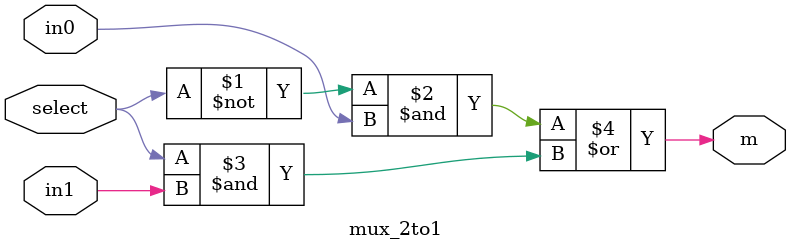
<source format=v>
module mux_2to1(m, select, in0, in1); //declares module

	input wire select, in0, in1; //defines input wires select, in0, in1
	output wire m; //defines output wire
	assign m = (~select & in0) | (select & in1); //assigns logical expression to m

endmodule //ends module
</source>
